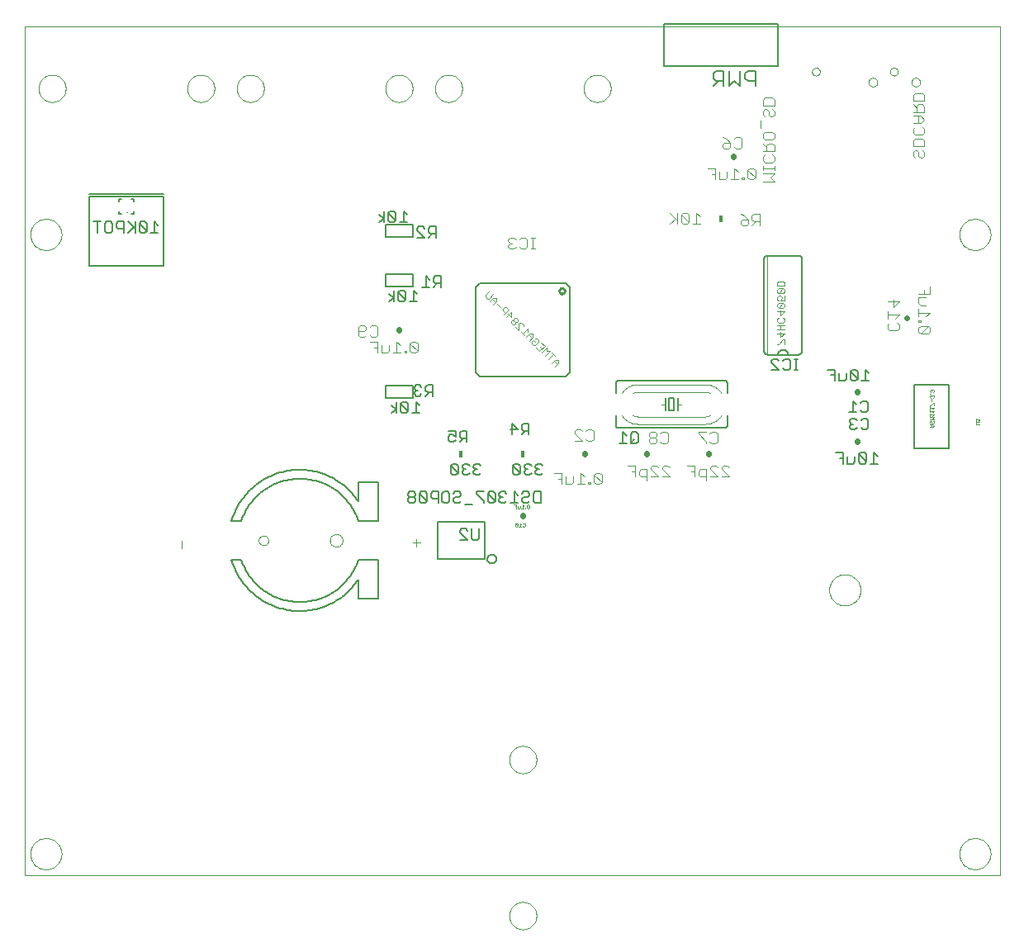
<source format=gbo>
G75*
%MOIN*%
%OFA0B0*%
%FSLAX24Y24*%
%IPPOS*%
%LPD*%
%AMOC8*
5,1,8,0,0,1.08239X$1,22.5*
%
%ADD10C,0.0000*%
%ADD11C,0.0050*%
%ADD12R,0.0180X0.0300*%
%ADD13C,0.0060*%
%ADD14C,0.0080*%
%ADD15C,0.0070*%
%ADD16C,0.0040*%
%ADD17C,0.0020*%
%ADD18C,0.0030*%
%ADD19C,0.0010*%
%ADD20C,0.0220*%
%ADD21C,0.0100*%
D10*
X008005Y006775D02*
X047375Y006775D01*
X047375Y041025D01*
X008005Y041025D01*
X008005Y006775D01*
X008245Y007625D02*
X008247Y007675D01*
X008253Y007725D01*
X008263Y007774D01*
X008277Y007822D01*
X008294Y007869D01*
X008315Y007914D01*
X008340Y007958D01*
X008368Y007999D01*
X008400Y008038D01*
X008434Y008075D01*
X008471Y008109D01*
X008511Y008139D01*
X008553Y008166D01*
X008597Y008190D01*
X008643Y008211D01*
X008690Y008227D01*
X008738Y008240D01*
X008788Y008249D01*
X008837Y008254D01*
X008888Y008255D01*
X008938Y008252D01*
X008987Y008245D01*
X009036Y008234D01*
X009084Y008219D01*
X009130Y008201D01*
X009175Y008179D01*
X009218Y008153D01*
X009259Y008124D01*
X009298Y008092D01*
X009334Y008057D01*
X009366Y008019D01*
X009396Y007979D01*
X009423Y007936D01*
X009446Y007892D01*
X009465Y007846D01*
X009481Y007798D01*
X009493Y007749D01*
X009501Y007700D01*
X009505Y007650D01*
X009505Y007600D01*
X009501Y007550D01*
X009493Y007501D01*
X009481Y007452D01*
X009465Y007404D01*
X009446Y007358D01*
X009423Y007314D01*
X009396Y007271D01*
X009366Y007231D01*
X009334Y007193D01*
X009298Y007158D01*
X009259Y007126D01*
X009218Y007097D01*
X009175Y007071D01*
X009130Y007049D01*
X009084Y007031D01*
X009036Y007016D01*
X008987Y007005D01*
X008938Y006998D01*
X008888Y006995D01*
X008837Y006996D01*
X008788Y007001D01*
X008738Y007010D01*
X008690Y007023D01*
X008643Y007039D01*
X008597Y007060D01*
X008553Y007084D01*
X008511Y007111D01*
X008471Y007141D01*
X008434Y007175D01*
X008400Y007212D01*
X008368Y007251D01*
X008340Y007292D01*
X008315Y007336D01*
X008294Y007381D01*
X008277Y007428D01*
X008263Y007476D01*
X008253Y007525D01*
X008247Y007575D01*
X008245Y007625D01*
X017461Y020275D02*
X017463Y020302D01*
X017469Y020329D01*
X017478Y020355D01*
X017491Y020379D01*
X017507Y020402D01*
X017526Y020421D01*
X017548Y020438D01*
X017572Y020452D01*
X017597Y020462D01*
X017624Y020469D01*
X017651Y020472D01*
X017679Y020471D01*
X017706Y020466D01*
X017732Y020458D01*
X017756Y020446D01*
X017779Y020430D01*
X017800Y020412D01*
X017817Y020391D01*
X017832Y020367D01*
X017843Y020342D01*
X017851Y020316D01*
X017855Y020289D01*
X017855Y020261D01*
X017851Y020234D01*
X017843Y020208D01*
X017832Y020183D01*
X017817Y020159D01*
X017800Y020138D01*
X017779Y020120D01*
X017757Y020104D01*
X017732Y020092D01*
X017706Y020084D01*
X017679Y020079D01*
X017651Y020078D01*
X017624Y020081D01*
X017597Y020088D01*
X017572Y020098D01*
X017548Y020112D01*
X017526Y020129D01*
X017507Y020148D01*
X017491Y020171D01*
X017478Y020195D01*
X017469Y020221D01*
X017463Y020248D01*
X017461Y020275D01*
X020336Y020275D02*
X020338Y020306D01*
X020344Y020337D01*
X020353Y020367D01*
X020366Y020396D01*
X020383Y020423D01*
X020403Y020447D01*
X020425Y020469D01*
X020451Y020488D01*
X020478Y020504D01*
X020507Y020516D01*
X020537Y020525D01*
X020568Y020530D01*
X020600Y020531D01*
X020631Y020528D01*
X020662Y020521D01*
X020692Y020511D01*
X020720Y020497D01*
X020746Y020479D01*
X020770Y020459D01*
X020791Y020435D01*
X020810Y020410D01*
X020825Y020382D01*
X020836Y020353D01*
X020844Y020322D01*
X020848Y020291D01*
X020848Y020259D01*
X020844Y020228D01*
X020836Y020197D01*
X020825Y020168D01*
X020810Y020140D01*
X020791Y020115D01*
X020770Y020091D01*
X020746Y020071D01*
X020720Y020053D01*
X020692Y020039D01*
X020662Y020029D01*
X020631Y020022D01*
X020600Y020019D01*
X020568Y020020D01*
X020537Y020025D01*
X020507Y020034D01*
X020478Y020046D01*
X020451Y020062D01*
X020425Y020081D01*
X020403Y020103D01*
X020383Y020127D01*
X020366Y020154D01*
X020353Y020183D01*
X020344Y020213D01*
X020338Y020244D01*
X020336Y020275D01*
X027574Y011425D02*
X027576Y011472D01*
X027582Y011518D01*
X027592Y011564D01*
X027605Y011609D01*
X027623Y011652D01*
X027644Y011694D01*
X027668Y011734D01*
X027696Y011771D01*
X027727Y011806D01*
X027761Y011839D01*
X027797Y011868D01*
X027836Y011894D01*
X027877Y011917D01*
X027920Y011936D01*
X027964Y011952D01*
X028009Y011964D01*
X028055Y011972D01*
X028102Y011976D01*
X028148Y011976D01*
X028195Y011972D01*
X028241Y011964D01*
X028286Y011952D01*
X028330Y011936D01*
X028373Y011917D01*
X028414Y011894D01*
X028453Y011868D01*
X028489Y011839D01*
X028523Y011806D01*
X028554Y011771D01*
X028582Y011734D01*
X028606Y011694D01*
X028627Y011652D01*
X028645Y011609D01*
X028658Y011564D01*
X028668Y011518D01*
X028674Y011472D01*
X028676Y011425D01*
X028674Y011378D01*
X028668Y011332D01*
X028658Y011286D01*
X028645Y011241D01*
X028627Y011198D01*
X028606Y011156D01*
X028582Y011116D01*
X028554Y011079D01*
X028523Y011044D01*
X028489Y011011D01*
X028453Y010982D01*
X028414Y010956D01*
X028373Y010933D01*
X028330Y010914D01*
X028286Y010898D01*
X028241Y010886D01*
X028195Y010878D01*
X028148Y010874D01*
X028102Y010874D01*
X028055Y010878D01*
X028009Y010886D01*
X027964Y010898D01*
X027920Y010914D01*
X027877Y010933D01*
X027836Y010956D01*
X027797Y010982D01*
X027761Y011011D01*
X027727Y011044D01*
X027696Y011079D01*
X027668Y011116D01*
X027644Y011156D01*
X027623Y011198D01*
X027605Y011241D01*
X027592Y011286D01*
X027582Y011332D01*
X027576Y011378D01*
X027574Y011425D01*
X027574Y005125D02*
X027576Y005172D01*
X027582Y005218D01*
X027592Y005264D01*
X027605Y005309D01*
X027623Y005352D01*
X027644Y005394D01*
X027668Y005434D01*
X027696Y005471D01*
X027727Y005506D01*
X027761Y005539D01*
X027797Y005568D01*
X027836Y005594D01*
X027877Y005617D01*
X027920Y005636D01*
X027964Y005652D01*
X028009Y005664D01*
X028055Y005672D01*
X028102Y005676D01*
X028148Y005676D01*
X028195Y005672D01*
X028241Y005664D01*
X028286Y005652D01*
X028330Y005636D01*
X028373Y005617D01*
X028414Y005594D01*
X028453Y005568D01*
X028489Y005539D01*
X028523Y005506D01*
X028554Y005471D01*
X028582Y005434D01*
X028606Y005394D01*
X028627Y005352D01*
X028645Y005309D01*
X028658Y005264D01*
X028668Y005218D01*
X028674Y005172D01*
X028676Y005125D01*
X028674Y005078D01*
X028668Y005032D01*
X028658Y004986D01*
X028645Y004941D01*
X028627Y004898D01*
X028606Y004856D01*
X028582Y004816D01*
X028554Y004779D01*
X028523Y004744D01*
X028489Y004711D01*
X028453Y004682D01*
X028414Y004656D01*
X028373Y004633D01*
X028330Y004614D01*
X028286Y004598D01*
X028241Y004586D01*
X028195Y004578D01*
X028148Y004574D01*
X028102Y004574D01*
X028055Y004578D01*
X028009Y004586D01*
X027964Y004598D01*
X027920Y004614D01*
X027877Y004633D01*
X027836Y004656D01*
X027797Y004682D01*
X027761Y004711D01*
X027727Y004744D01*
X027696Y004779D01*
X027668Y004816D01*
X027644Y004856D01*
X027623Y004898D01*
X027605Y004941D01*
X027592Y004986D01*
X027582Y005032D01*
X027576Y005078D01*
X027574Y005125D01*
X040495Y018275D02*
X040497Y018325D01*
X040503Y018375D01*
X040513Y018424D01*
X040527Y018472D01*
X040544Y018519D01*
X040565Y018564D01*
X040590Y018608D01*
X040618Y018649D01*
X040650Y018688D01*
X040684Y018725D01*
X040721Y018759D01*
X040761Y018789D01*
X040803Y018816D01*
X040847Y018840D01*
X040893Y018861D01*
X040940Y018877D01*
X040988Y018890D01*
X041038Y018899D01*
X041087Y018904D01*
X041138Y018905D01*
X041188Y018902D01*
X041237Y018895D01*
X041286Y018884D01*
X041334Y018869D01*
X041380Y018851D01*
X041425Y018829D01*
X041468Y018803D01*
X041509Y018774D01*
X041548Y018742D01*
X041584Y018707D01*
X041616Y018669D01*
X041646Y018629D01*
X041673Y018586D01*
X041696Y018542D01*
X041715Y018496D01*
X041731Y018448D01*
X041743Y018399D01*
X041751Y018350D01*
X041755Y018300D01*
X041755Y018250D01*
X041751Y018200D01*
X041743Y018151D01*
X041731Y018102D01*
X041715Y018054D01*
X041696Y018008D01*
X041673Y017964D01*
X041646Y017921D01*
X041616Y017881D01*
X041584Y017843D01*
X041548Y017808D01*
X041509Y017776D01*
X041468Y017747D01*
X041425Y017721D01*
X041380Y017699D01*
X041334Y017681D01*
X041286Y017666D01*
X041237Y017655D01*
X041188Y017648D01*
X041138Y017645D01*
X041087Y017646D01*
X041038Y017651D01*
X040988Y017660D01*
X040940Y017673D01*
X040893Y017689D01*
X040847Y017710D01*
X040803Y017734D01*
X040761Y017761D01*
X040721Y017791D01*
X040684Y017825D01*
X040650Y017862D01*
X040618Y017901D01*
X040590Y017942D01*
X040565Y017986D01*
X040544Y018031D01*
X040527Y018078D01*
X040513Y018126D01*
X040503Y018175D01*
X040497Y018225D01*
X040495Y018275D01*
X045745Y007625D02*
X045747Y007675D01*
X045753Y007725D01*
X045763Y007774D01*
X045777Y007822D01*
X045794Y007869D01*
X045815Y007914D01*
X045840Y007958D01*
X045868Y007999D01*
X045900Y008038D01*
X045934Y008075D01*
X045971Y008109D01*
X046011Y008139D01*
X046053Y008166D01*
X046097Y008190D01*
X046143Y008211D01*
X046190Y008227D01*
X046238Y008240D01*
X046288Y008249D01*
X046337Y008254D01*
X046388Y008255D01*
X046438Y008252D01*
X046487Y008245D01*
X046536Y008234D01*
X046584Y008219D01*
X046630Y008201D01*
X046675Y008179D01*
X046718Y008153D01*
X046759Y008124D01*
X046798Y008092D01*
X046834Y008057D01*
X046866Y008019D01*
X046896Y007979D01*
X046923Y007936D01*
X046946Y007892D01*
X046965Y007846D01*
X046981Y007798D01*
X046993Y007749D01*
X047001Y007700D01*
X047005Y007650D01*
X047005Y007600D01*
X047001Y007550D01*
X046993Y007501D01*
X046981Y007452D01*
X046965Y007404D01*
X046946Y007358D01*
X046923Y007314D01*
X046896Y007271D01*
X046866Y007231D01*
X046834Y007193D01*
X046798Y007158D01*
X046759Y007126D01*
X046718Y007097D01*
X046675Y007071D01*
X046630Y007049D01*
X046584Y007031D01*
X046536Y007016D01*
X046487Y007005D01*
X046438Y006998D01*
X046388Y006995D01*
X046337Y006996D01*
X046288Y007001D01*
X046238Y007010D01*
X046190Y007023D01*
X046143Y007039D01*
X046097Y007060D01*
X046053Y007084D01*
X046011Y007111D01*
X045971Y007141D01*
X045934Y007175D01*
X045900Y007212D01*
X045868Y007251D01*
X045840Y007292D01*
X045815Y007336D01*
X045794Y007381D01*
X045777Y007428D01*
X045763Y007476D01*
X045753Y007525D01*
X045747Y007575D01*
X045745Y007625D01*
X045745Y032625D02*
X045747Y032675D01*
X045753Y032725D01*
X045763Y032774D01*
X045777Y032822D01*
X045794Y032869D01*
X045815Y032914D01*
X045840Y032958D01*
X045868Y032999D01*
X045900Y033038D01*
X045934Y033075D01*
X045971Y033109D01*
X046011Y033139D01*
X046053Y033166D01*
X046097Y033190D01*
X046143Y033211D01*
X046190Y033227D01*
X046238Y033240D01*
X046288Y033249D01*
X046337Y033254D01*
X046388Y033255D01*
X046438Y033252D01*
X046487Y033245D01*
X046536Y033234D01*
X046584Y033219D01*
X046630Y033201D01*
X046675Y033179D01*
X046718Y033153D01*
X046759Y033124D01*
X046798Y033092D01*
X046834Y033057D01*
X046866Y033019D01*
X046896Y032979D01*
X046923Y032936D01*
X046946Y032892D01*
X046965Y032846D01*
X046981Y032798D01*
X046993Y032749D01*
X047001Y032700D01*
X047005Y032650D01*
X047005Y032600D01*
X047001Y032550D01*
X046993Y032501D01*
X046981Y032452D01*
X046965Y032404D01*
X046946Y032358D01*
X046923Y032314D01*
X046896Y032271D01*
X046866Y032231D01*
X046834Y032193D01*
X046798Y032158D01*
X046759Y032126D01*
X046718Y032097D01*
X046675Y032071D01*
X046630Y032049D01*
X046584Y032031D01*
X046536Y032016D01*
X046487Y032005D01*
X046438Y031998D01*
X046388Y031995D01*
X046337Y031996D01*
X046288Y032001D01*
X046238Y032010D01*
X046190Y032023D01*
X046143Y032039D01*
X046097Y032060D01*
X046053Y032084D01*
X046011Y032111D01*
X045971Y032141D01*
X045934Y032175D01*
X045900Y032212D01*
X045868Y032251D01*
X045840Y032292D01*
X045815Y032336D01*
X045794Y032381D01*
X045777Y032428D01*
X045763Y032476D01*
X045753Y032525D01*
X045747Y032575D01*
X045745Y032625D01*
X043814Y038775D02*
X043816Y038801D01*
X043822Y038827D01*
X043832Y038852D01*
X043845Y038875D01*
X043861Y038895D01*
X043881Y038913D01*
X043903Y038928D01*
X043926Y038940D01*
X043952Y038948D01*
X043978Y038952D01*
X044004Y038952D01*
X044030Y038948D01*
X044056Y038940D01*
X044080Y038928D01*
X044101Y038913D01*
X044121Y038895D01*
X044137Y038875D01*
X044150Y038852D01*
X044160Y038827D01*
X044166Y038801D01*
X044168Y038775D01*
X044166Y038749D01*
X044160Y038723D01*
X044150Y038698D01*
X044137Y038675D01*
X044121Y038655D01*
X044101Y038637D01*
X044079Y038622D01*
X044056Y038610D01*
X044030Y038602D01*
X044004Y038598D01*
X043978Y038598D01*
X043952Y038602D01*
X043926Y038610D01*
X043902Y038622D01*
X043881Y038637D01*
X043861Y038655D01*
X043845Y038675D01*
X043832Y038698D01*
X043822Y038723D01*
X043816Y038749D01*
X043814Y038775D01*
X042950Y039198D02*
X042952Y039223D01*
X042958Y039247D01*
X042967Y039269D01*
X042980Y039290D01*
X042996Y039309D01*
X043015Y039325D01*
X043036Y039338D01*
X043058Y039347D01*
X043082Y039353D01*
X043107Y039355D01*
X043132Y039353D01*
X043156Y039347D01*
X043178Y039338D01*
X043199Y039325D01*
X043218Y039309D01*
X043234Y039290D01*
X043247Y039269D01*
X043256Y039247D01*
X043262Y039223D01*
X043264Y039198D01*
X043262Y039173D01*
X043256Y039149D01*
X043247Y039127D01*
X043234Y039106D01*
X043218Y039087D01*
X043199Y039071D01*
X043178Y039058D01*
X043156Y039049D01*
X043132Y039043D01*
X043107Y039041D01*
X043082Y039043D01*
X043058Y039049D01*
X043036Y039058D01*
X043015Y039071D01*
X042996Y039087D01*
X042980Y039106D01*
X042967Y039127D01*
X042958Y039149D01*
X042952Y039173D01*
X042950Y039198D01*
X042082Y038775D02*
X042084Y038801D01*
X042090Y038827D01*
X042100Y038852D01*
X042113Y038875D01*
X042129Y038895D01*
X042149Y038913D01*
X042171Y038928D01*
X042194Y038940D01*
X042220Y038948D01*
X042246Y038952D01*
X042272Y038952D01*
X042298Y038948D01*
X042324Y038940D01*
X042348Y038928D01*
X042369Y038913D01*
X042389Y038895D01*
X042405Y038875D01*
X042418Y038852D01*
X042428Y038827D01*
X042434Y038801D01*
X042436Y038775D01*
X042434Y038749D01*
X042428Y038723D01*
X042418Y038698D01*
X042405Y038675D01*
X042389Y038655D01*
X042369Y038637D01*
X042347Y038622D01*
X042324Y038610D01*
X042298Y038602D01*
X042272Y038598D01*
X042246Y038598D01*
X042220Y038602D01*
X042194Y038610D01*
X042170Y038622D01*
X042149Y038637D01*
X042129Y038655D01*
X042113Y038675D01*
X042100Y038698D01*
X042090Y038723D01*
X042084Y038749D01*
X042082Y038775D01*
X039801Y039198D02*
X039803Y039223D01*
X039809Y039247D01*
X039818Y039269D01*
X039831Y039290D01*
X039847Y039309D01*
X039866Y039325D01*
X039887Y039338D01*
X039909Y039347D01*
X039933Y039353D01*
X039958Y039355D01*
X039983Y039353D01*
X040007Y039347D01*
X040029Y039338D01*
X040050Y039325D01*
X040069Y039309D01*
X040085Y039290D01*
X040098Y039269D01*
X040107Y039247D01*
X040113Y039223D01*
X040115Y039198D01*
X040113Y039173D01*
X040107Y039149D01*
X040098Y039127D01*
X040085Y039106D01*
X040069Y039087D01*
X040050Y039071D01*
X040029Y039058D01*
X040007Y039049D01*
X039983Y039043D01*
X039958Y039041D01*
X039933Y039043D01*
X039909Y039049D01*
X039887Y039058D01*
X039866Y039071D01*
X039847Y039087D01*
X039831Y039106D01*
X039818Y039127D01*
X039809Y039149D01*
X039803Y039173D01*
X039801Y039198D01*
X030575Y038525D02*
X030577Y038572D01*
X030583Y038618D01*
X030593Y038664D01*
X030606Y038708D01*
X030624Y038752D01*
X030645Y038793D01*
X030669Y038833D01*
X030697Y038871D01*
X030728Y038906D01*
X030762Y038938D01*
X030798Y038967D01*
X030837Y038993D01*
X030877Y039016D01*
X030920Y039035D01*
X030964Y039051D01*
X031009Y039063D01*
X031055Y039071D01*
X031102Y039075D01*
X031148Y039075D01*
X031195Y039071D01*
X031241Y039063D01*
X031286Y039051D01*
X031330Y039035D01*
X031373Y039016D01*
X031413Y038993D01*
X031452Y038967D01*
X031488Y038938D01*
X031522Y038906D01*
X031553Y038871D01*
X031581Y038833D01*
X031605Y038793D01*
X031626Y038752D01*
X031644Y038708D01*
X031657Y038664D01*
X031667Y038618D01*
X031673Y038572D01*
X031675Y038525D01*
X031673Y038478D01*
X031667Y038432D01*
X031657Y038386D01*
X031644Y038342D01*
X031626Y038298D01*
X031605Y038257D01*
X031581Y038217D01*
X031553Y038179D01*
X031522Y038144D01*
X031488Y038112D01*
X031452Y038083D01*
X031413Y038057D01*
X031373Y038034D01*
X031330Y038015D01*
X031286Y037999D01*
X031241Y037987D01*
X031195Y037979D01*
X031148Y037975D01*
X031102Y037975D01*
X031055Y037979D01*
X031009Y037987D01*
X030964Y037999D01*
X030920Y038015D01*
X030877Y038034D01*
X030837Y038057D01*
X030798Y038083D01*
X030762Y038112D01*
X030728Y038144D01*
X030697Y038179D01*
X030669Y038217D01*
X030645Y038257D01*
X030624Y038298D01*
X030606Y038342D01*
X030593Y038386D01*
X030583Y038432D01*
X030577Y038478D01*
X030575Y038525D01*
X024575Y038525D02*
X024577Y038572D01*
X024583Y038618D01*
X024593Y038664D01*
X024606Y038708D01*
X024624Y038752D01*
X024645Y038793D01*
X024669Y038833D01*
X024697Y038871D01*
X024728Y038906D01*
X024762Y038938D01*
X024798Y038967D01*
X024837Y038993D01*
X024877Y039016D01*
X024920Y039035D01*
X024964Y039051D01*
X025009Y039063D01*
X025055Y039071D01*
X025102Y039075D01*
X025148Y039075D01*
X025195Y039071D01*
X025241Y039063D01*
X025286Y039051D01*
X025330Y039035D01*
X025373Y039016D01*
X025413Y038993D01*
X025452Y038967D01*
X025488Y038938D01*
X025522Y038906D01*
X025553Y038871D01*
X025581Y038833D01*
X025605Y038793D01*
X025626Y038752D01*
X025644Y038708D01*
X025657Y038664D01*
X025667Y038618D01*
X025673Y038572D01*
X025675Y038525D01*
X025673Y038478D01*
X025667Y038432D01*
X025657Y038386D01*
X025644Y038342D01*
X025626Y038298D01*
X025605Y038257D01*
X025581Y038217D01*
X025553Y038179D01*
X025522Y038144D01*
X025488Y038112D01*
X025452Y038083D01*
X025413Y038057D01*
X025373Y038034D01*
X025330Y038015D01*
X025286Y037999D01*
X025241Y037987D01*
X025195Y037979D01*
X025148Y037975D01*
X025102Y037975D01*
X025055Y037979D01*
X025009Y037987D01*
X024964Y037999D01*
X024920Y038015D01*
X024877Y038034D01*
X024837Y038057D01*
X024798Y038083D01*
X024762Y038112D01*
X024728Y038144D01*
X024697Y038179D01*
X024669Y038217D01*
X024645Y038257D01*
X024624Y038298D01*
X024606Y038342D01*
X024593Y038386D01*
X024583Y038432D01*
X024577Y038478D01*
X024575Y038525D01*
X022575Y038525D02*
X022577Y038572D01*
X022583Y038618D01*
X022593Y038664D01*
X022606Y038708D01*
X022624Y038752D01*
X022645Y038793D01*
X022669Y038833D01*
X022697Y038871D01*
X022728Y038906D01*
X022762Y038938D01*
X022798Y038967D01*
X022837Y038993D01*
X022877Y039016D01*
X022920Y039035D01*
X022964Y039051D01*
X023009Y039063D01*
X023055Y039071D01*
X023102Y039075D01*
X023148Y039075D01*
X023195Y039071D01*
X023241Y039063D01*
X023286Y039051D01*
X023330Y039035D01*
X023373Y039016D01*
X023413Y038993D01*
X023452Y038967D01*
X023488Y038938D01*
X023522Y038906D01*
X023553Y038871D01*
X023581Y038833D01*
X023605Y038793D01*
X023626Y038752D01*
X023644Y038708D01*
X023657Y038664D01*
X023667Y038618D01*
X023673Y038572D01*
X023675Y038525D01*
X023673Y038478D01*
X023667Y038432D01*
X023657Y038386D01*
X023644Y038342D01*
X023626Y038298D01*
X023605Y038257D01*
X023581Y038217D01*
X023553Y038179D01*
X023522Y038144D01*
X023488Y038112D01*
X023452Y038083D01*
X023413Y038057D01*
X023373Y038034D01*
X023330Y038015D01*
X023286Y037999D01*
X023241Y037987D01*
X023195Y037979D01*
X023148Y037975D01*
X023102Y037975D01*
X023055Y037979D01*
X023009Y037987D01*
X022964Y037999D01*
X022920Y038015D01*
X022877Y038034D01*
X022837Y038057D01*
X022798Y038083D01*
X022762Y038112D01*
X022728Y038144D01*
X022697Y038179D01*
X022669Y038217D01*
X022645Y038257D01*
X022624Y038298D01*
X022606Y038342D01*
X022593Y038386D01*
X022583Y038432D01*
X022577Y038478D01*
X022575Y038525D01*
X016575Y038525D02*
X016577Y038572D01*
X016583Y038618D01*
X016593Y038664D01*
X016606Y038708D01*
X016624Y038752D01*
X016645Y038793D01*
X016669Y038833D01*
X016697Y038871D01*
X016728Y038906D01*
X016762Y038938D01*
X016798Y038967D01*
X016837Y038993D01*
X016877Y039016D01*
X016920Y039035D01*
X016964Y039051D01*
X017009Y039063D01*
X017055Y039071D01*
X017102Y039075D01*
X017148Y039075D01*
X017195Y039071D01*
X017241Y039063D01*
X017286Y039051D01*
X017330Y039035D01*
X017373Y039016D01*
X017413Y038993D01*
X017452Y038967D01*
X017488Y038938D01*
X017522Y038906D01*
X017553Y038871D01*
X017581Y038833D01*
X017605Y038793D01*
X017626Y038752D01*
X017644Y038708D01*
X017657Y038664D01*
X017667Y038618D01*
X017673Y038572D01*
X017675Y038525D01*
X017673Y038478D01*
X017667Y038432D01*
X017657Y038386D01*
X017644Y038342D01*
X017626Y038298D01*
X017605Y038257D01*
X017581Y038217D01*
X017553Y038179D01*
X017522Y038144D01*
X017488Y038112D01*
X017452Y038083D01*
X017413Y038057D01*
X017373Y038034D01*
X017330Y038015D01*
X017286Y037999D01*
X017241Y037987D01*
X017195Y037979D01*
X017148Y037975D01*
X017102Y037975D01*
X017055Y037979D01*
X017009Y037987D01*
X016964Y037999D01*
X016920Y038015D01*
X016877Y038034D01*
X016837Y038057D01*
X016798Y038083D01*
X016762Y038112D01*
X016728Y038144D01*
X016697Y038179D01*
X016669Y038217D01*
X016645Y038257D01*
X016624Y038298D01*
X016606Y038342D01*
X016593Y038386D01*
X016583Y038432D01*
X016577Y038478D01*
X016575Y038525D01*
X014575Y038525D02*
X014577Y038572D01*
X014583Y038618D01*
X014593Y038664D01*
X014606Y038708D01*
X014624Y038752D01*
X014645Y038793D01*
X014669Y038833D01*
X014697Y038871D01*
X014728Y038906D01*
X014762Y038938D01*
X014798Y038967D01*
X014837Y038993D01*
X014877Y039016D01*
X014920Y039035D01*
X014964Y039051D01*
X015009Y039063D01*
X015055Y039071D01*
X015102Y039075D01*
X015148Y039075D01*
X015195Y039071D01*
X015241Y039063D01*
X015286Y039051D01*
X015330Y039035D01*
X015373Y039016D01*
X015413Y038993D01*
X015452Y038967D01*
X015488Y038938D01*
X015522Y038906D01*
X015553Y038871D01*
X015581Y038833D01*
X015605Y038793D01*
X015626Y038752D01*
X015644Y038708D01*
X015657Y038664D01*
X015667Y038618D01*
X015673Y038572D01*
X015675Y038525D01*
X015673Y038478D01*
X015667Y038432D01*
X015657Y038386D01*
X015644Y038342D01*
X015626Y038298D01*
X015605Y038257D01*
X015581Y038217D01*
X015553Y038179D01*
X015522Y038144D01*
X015488Y038112D01*
X015452Y038083D01*
X015413Y038057D01*
X015373Y038034D01*
X015330Y038015D01*
X015286Y037999D01*
X015241Y037987D01*
X015195Y037979D01*
X015148Y037975D01*
X015102Y037975D01*
X015055Y037979D01*
X015009Y037987D01*
X014964Y037999D01*
X014920Y038015D01*
X014877Y038034D01*
X014837Y038057D01*
X014798Y038083D01*
X014762Y038112D01*
X014728Y038144D01*
X014697Y038179D01*
X014669Y038217D01*
X014645Y038257D01*
X014624Y038298D01*
X014606Y038342D01*
X014593Y038386D01*
X014583Y038432D01*
X014577Y038478D01*
X014575Y038525D01*
X008575Y038525D02*
X008577Y038572D01*
X008583Y038618D01*
X008593Y038664D01*
X008606Y038708D01*
X008624Y038752D01*
X008645Y038793D01*
X008669Y038833D01*
X008697Y038871D01*
X008728Y038906D01*
X008762Y038938D01*
X008798Y038967D01*
X008837Y038993D01*
X008877Y039016D01*
X008920Y039035D01*
X008964Y039051D01*
X009009Y039063D01*
X009055Y039071D01*
X009102Y039075D01*
X009148Y039075D01*
X009195Y039071D01*
X009241Y039063D01*
X009286Y039051D01*
X009330Y039035D01*
X009373Y039016D01*
X009413Y038993D01*
X009452Y038967D01*
X009488Y038938D01*
X009522Y038906D01*
X009553Y038871D01*
X009581Y038833D01*
X009605Y038793D01*
X009626Y038752D01*
X009644Y038708D01*
X009657Y038664D01*
X009667Y038618D01*
X009673Y038572D01*
X009675Y038525D01*
X009673Y038478D01*
X009667Y038432D01*
X009657Y038386D01*
X009644Y038342D01*
X009626Y038298D01*
X009605Y038257D01*
X009581Y038217D01*
X009553Y038179D01*
X009522Y038144D01*
X009488Y038112D01*
X009452Y038083D01*
X009413Y038057D01*
X009373Y038034D01*
X009330Y038015D01*
X009286Y037999D01*
X009241Y037987D01*
X009195Y037979D01*
X009148Y037975D01*
X009102Y037975D01*
X009055Y037979D01*
X009009Y037987D01*
X008964Y037999D01*
X008920Y038015D01*
X008877Y038034D01*
X008837Y038057D01*
X008798Y038083D01*
X008762Y038112D01*
X008728Y038144D01*
X008697Y038179D01*
X008669Y038217D01*
X008645Y038257D01*
X008624Y038298D01*
X008606Y038342D01*
X008593Y038386D01*
X008583Y038432D01*
X008577Y038478D01*
X008575Y038525D01*
X012128Y033535D02*
X012129Y033535D01*
X012133Y033532D01*
X012135Y033532D02*
X012142Y033532D01*
X012142Y033530D02*
X012142Y033534D01*
X012140Y033535D01*
X012137Y033535D01*
X012135Y033534D01*
X012135Y033532D01*
X012137Y033529D02*
X012140Y033529D01*
X012142Y033530D01*
X012144Y033530D02*
X012146Y033529D01*
X012151Y033529D01*
X012154Y033529D02*
X012157Y033529D01*
X012156Y033529D02*
X012156Y033535D01*
X012157Y033535D01*
X012160Y033535D02*
X012160Y033530D01*
X012161Y033529D01*
X012163Y033530D01*
X012165Y033529D01*
X012166Y033530D01*
X012166Y033535D01*
X012156Y033539D02*
X012156Y033540D01*
X012151Y033535D02*
X012146Y033535D01*
X012144Y033534D01*
X012144Y033530D01*
X012151Y033525D02*
X012151Y033535D01*
X012133Y033529D02*
X012133Y033535D01*
X008245Y032625D02*
X008247Y032675D01*
X008253Y032725D01*
X008263Y032774D01*
X008277Y032822D01*
X008294Y032869D01*
X008315Y032914D01*
X008340Y032958D01*
X008368Y032999D01*
X008400Y033038D01*
X008434Y033075D01*
X008471Y033109D01*
X008511Y033139D01*
X008553Y033166D01*
X008597Y033190D01*
X008643Y033211D01*
X008690Y033227D01*
X008738Y033240D01*
X008788Y033249D01*
X008837Y033254D01*
X008888Y033255D01*
X008938Y033252D01*
X008987Y033245D01*
X009036Y033234D01*
X009084Y033219D01*
X009130Y033201D01*
X009175Y033179D01*
X009218Y033153D01*
X009259Y033124D01*
X009298Y033092D01*
X009334Y033057D01*
X009366Y033019D01*
X009396Y032979D01*
X009423Y032936D01*
X009446Y032892D01*
X009465Y032846D01*
X009481Y032798D01*
X009493Y032749D01*
X009501Y032700D01*
X009505Y032650D01*
X009505Y032600D01*
X009501Y032550D01*
X009493Y032501D01*
X009481Y032452D01*
X009465Y032404D01*
X009446Y032358D01*
X009423Y032314D01*
X009396Y032271D01*
X009366Y032231D01*
X009334Y032193D01*
X009298Y032158D01*
X009259Y032126D01*
X009218Y032097D01*
X009175Y032071D01*
X009130Y032049D01*
X009084Y032031D01*
X009036Y032016D01*
X008987Y032005D01*
X008938Y031998D01*
X008888Y031995D01*
X008837Y031996D01*
X008788Y032001D01*
X008738Y032010D01*
X008690Y032023D01*
X008643Y032039D01*
X008597Y032060D01*
X008553Y032084D01*
X008511Y032111D01*
X008471Y032141D01*
X008434Y032175D01*
X008400Y032212D01*
X008368Y032251D01*
X008340Y032292D01*
X008315Y032336D01*
X008294Y032381D01*
X008277Y032428D01*
X008263Y032476D01*
X008253Y032525D01*
X008247Y032575D01*
X008245Y032625D01*
D11*
X010798Y033150D02*
X011098Y033150D01*
X010948Y033150D02*
X010948Y032700D01*
X011258Y032775D02*
X011258Y033075D01*
X011333Y033150D01*
X011483Y033150D01*
X011558Y033075D01*
X011558Y032775D01*
X011483Y032700D01*
X011333Y032700D01*
X011258Y032775D01*
X011719Y032925D02*
X011794Y032850D01*
X012019Y032850D01*
X012019Y032700D02*
X012019Y033150D01*
X011794Y033150D01*
X011719Y033075D01*
X011719Y032925D01*
X012179Y032700D02*
X012404Y032925D01*
X012479Y032850D02*
X012179Y033150D01*
X012479Y033150D02*
X012479Y032700D01*
X012639Y032775D02*
X012714Y032700D01*
X012865Y032700D01*
X012940Y032775D01*
X012639Y033075D01*
X012639Y032775D01*
X012639Y033075D02*
X012714Y033150D01*
X012865Y033150D01*
X012940Y033075D01*
X012940Y032775D01*
X013100Y032700D02*
X013400Y032700D01*
X013250Y032700D02*
X013250Y033150D01*
X013400Y033000D01*
X013625Y034175D02*
X013625Y031375D01*
X010625Y031375D01*
X010625Y034175D01*
X013625Y034175D01*
X013625Y034275D02*
X010625Y034275D01*
X022308Y033425D02*
X022534Y033275D01*
X022308Y033125D01*
X022534Y033125D02*
X022534Y033575D01*
X022694Y033500D02*
X022994Y033200D01*
X022919Y033125D01*
X022769Y033125D01*
X022694Y033200D01*
X022694Y033500D01*
X022769Y033575D01*
X022919Y033575D01*
X022994Y033500D01*
X022994Y033200D01*
X023154Y033125D02*
X023454Y033125D01*
X023304Y033125D02*
X023304Y033575D01*
X023454Y033425D01*
X023675Y033025D02*
X022575Y033025D01*
X022575Y032525D01*
X023675Y032525D01*
X023675Y033025D01*
X023675Y031025D02*
X022575Y031025D01*
X022575Y030525D01*
X023675Y030525D01*
X023675Y031025D01*
X023704Y030375D02*
X023704Y029925D01*
X023854Y029925D02*
X023554Y029925D01*
X023394Y030000D02*
X023094Y030300D01*
X023094Y030000D01*
X023169Y029925D01*
X023319Y029925D01*
X023394Y030000D01*
X023394Y030300D01*
X023319Y030375D01*
X023169Y030375D01*
X023094Y030300D01*
X022934Y030375D02*
X022934Y029925D01*
X022934Y030075D02*
X022708Y030225D01*
X022934Y030075D02*
X022708Y029925D01*
X023704Y030375D02*
X023854Y030225D01*
X023675Y026525D02*
X022575Y026525D01*
X022575Y026025D01*
X023675Y026025D01*
X023675Y026525D01*
X023804Y025875D02*
X023804Y025425D01*
X023954Y025425D02*
X023654Y025425D01*
X023494Y025500D02*
X023419Y025425D01*
X023269Y025425D01*
X023194Y025500D01*
X023194Y025800D01*
X023494Y025500D01*
X023494Y025800D01*
X023419Y025875D01*
X023269Y025875D01*
X023194Y025800D01*
X023034Y025875D02*
X023034Y025425D01*
X023034Y025575D02*
X022808Y025425D01*
X023034Y025575D02*
X022808Y025725D01*
X023804Y025875D02*
X023954Y025725D01*
X025285Y023375D02*
X025210Y023300D01*
X025510Y023000D01*
X025435Y022925D01*
X025285Y022925D01*
X025210Y023000D01*
X025210Y023300D01*
X025285Y023375D02*
X025435Y023375D01*
X025510Y023300D01*
X025510Y023000D01*
X025671Y023000D02*
X025746Y022925D01*
X025896Y022925D01*
X025971Y023000D01*
X026131Y023000D02*
X026206Y022925D01*
X026356Y022925D01*
X026431Y023000D01*
X026281Y023150D02*
X026206Y023150D01*
X026131Y023075D01*
X026131Y023000D01*
X026206Y023150D02*
X026131Y023225D01*
X026131Y023300D01*
X026206Y023375D01*
X026356Y023375D01*
X026431Y023300D01*
X025971Y023300D02*
X025896Y023375D01*
X025746Y023375D01*
X025671Y023300D01*
X025671Y023225D01*
X025746Y023150D01*
X025671Y023075D01*
X025671Y023000D01*
X025746Y023150D02*
X025821Y023150D01*
X025552Y022250D02*
X025402Y022250D01*
X025327Y022175D01*
X025167Y022175D02*
X025167Y021875D01*
X025092Y021800D01*
X024942Y021800D01*
X024867Y021875D01*
X024867Y022175D01*
X024942Y022250D01*
X025092Y022250D01*
X025167Y022175D01*
X025327Y021950D02*
X025327Y021875D01*
X025402Y021800D01*
X025552Y021800D01*
X025627Y021875D01*
X025552Y022025D02*
X025402Y022025D01*
X025327Y021950D01*
X025552Y022025D02*
X025627Y022100D01*
X025627Y022175D01*
X025552Y022250D01*
X025787Y021725D02*
X026088Y021725D01*
X026548Y021800D02*
X026548Y021875D01*
X026248Y022175D01*
X026248Y022250D01*
X026548Y022250D01*
X026708Y022175D02*
X027008Y021875D01*
X026933Y021800D01*
X026783Y021800D01*
X026708Y021875D01*
X026708Y022175D01*
X026783Y022250D01*
X026933Y022250D01*
X027008Y022175D01*
X027008Y021875D01*
X027169Y021875D02*
X027244Y021800D01*
X027394Y021800D01*
X027469Y021875D01*
X027629Y021800D02*
X027929Y021800D01*
X027779Y021800D02*
X027779Y022250D01*
X027929Y022100D01*
X028089Y022175D02*
X028164Y022250D01*
X028315Y022250D01*
X028390Y022175D01*
X028390Y022100D01*
X028315Y022025D01*
X028164Y022025D01*
X028089Y021950D01*
X028089Y021875D01*
X028164Y021800D01*
X028315Y021800D01*
X028390Y021875D01*
X028550Y021875D02*
X028550Y022175D01*
X028625Y022250D01*
X028850Y022250D01*
X028850Y021800D01*
X028625Y021800D01*
X028550Y021875D01*
X027469Y022175D02*
X027394Y022250D01*
X027244Y022250D01*
X027169Y022175D01*
X027169Y022100D01*
X027244Y022025D01*
X027169Y021950D01*
X027169Y021875D01*
X027244Y022025D02*
X027319Y022025D01*
X026575Y021025D02*
X026575Y019525D01*
X024675Y019525D01*
X024675Y021025D01*
X026575Y021025D01*
X026350Y020750D02*
X026350Y020375D01*
X026275Y020300D01*
X026125Y020300D01*
X026050Y020375D01*
X026050Y020750D01*
X025890Y020675D02*
X025815Y020750D01*
X025664Y020750D01*
X025589Y020675D01*
X025589Y020600D01*
X025890Y020300D01*
X025589Y020300D01*
X026695Y019525D02*
X026697Y019551D01*
X026703Y019577D01*
X026712Y019601D01*
X026725Y019624D01*
X026741Y019645D01*
X026760Y019663D01*
X026781Y019679D01*
X026805Y019691D01*
X026829Y019699D01*
X026855Y019704D01*
X026882Y019705D01*
X026908Y019702D01*
X026933Y019695D01*
X026957Y019685D01*
X026980Y019671D01*
X027000Y019655D01*
X027017Y019635D01*
X027032Y019613D01*
X027043Y019589D01*
X027051Y019564D01*
X027055Y019538D01*
X027055Y019512D01*
X027051Y019486D01*
X027043Y019461D01*
X027032Y019437D01*
X027017Y019415D01*
X027000Y019395D01*
X026980Y019379D01*
X026957Y019365D01*
X026933Y019355D01*
X026908Y019348D01*
X026882Y019345D01*
X026855Y019346D01*
X026829Y019351D01*
X026805Y019359D01*
X026781Y019371D01*
X026760Y019387D01*
X026741Y019405D01*
X026725Y019426D01*
X026712Y019449D01*
X026703Y019473D01*
X026697Y019499D01*
X026695Y019525D01*
X024706Y021800D02*
X024706Y022250D01*
X024481Y022250D01*
X024406Y022175D01*
X024406Y022025D01*
X024481Y021950D01*
X024706Y021950D01*
X024246Y021875D02*
X023946Y022175D01*
X023946Y021875D01*
X024021Y021800D01*
X024171Y021800D01*
X024246Y021875D01*
X024246Y022175D01*
X024171Y022250D01*
X024021Y022250D01*
X023946Y022175D01*
X023786Y022175D02*
X023786Y022100D01*
X023711Y022025D01*
X023560Y022025D01*
X023485Y021950D01*
X023485Y021875D01*
X023560Y021800D01*
X023711Y021800D01*
X023786Y021875D01*
X023786Y021950D01*
X023711Y022025D01*
X023560Y022025D02*
X023485Y022100D01*
X023485Y022175D01*
X023560Y022250D01*
X023711Y022250D01*
X023786Y022175D01*
X022275Y022637D02*
X022275Y021062D01*
X021487Y021062D01*
X021487Y021850D02*
X021487Y022637D01*
X022275Y022637D01*
X021487Y019488D02*
X021454Y019395D01*
X021417Y019303D01*
X021377Y019213D01*
X021333Y019124D01*
X021286Y019038D01*
X021235Y018953D01*
X021181Y018870D01*
X021124Y018790D01*
X021063Y018712D01*
X021000Y018636D01*
X020933Y018563D01*
X020864Y018493D01*
X020792Y018425D01*
X020717Y018361D01*
X020640Y018299D01*
X020561Y018241D01*
X020479Y018185D01*
X020395Y018133D01*
X020309Y018085D01*
X020221Y018039D01*
X020132Y017998D01*
X020041Y017960D01*
X019948Y017925D01*
X019855Y017894D01*
X019760Y017867D01*
X019664Y017844D01*
X019567Y017825D01*
X019469Y017809D01*
X019371Y017797D01*
X019273Y017789D01*
X019174Y017785D01*
X019076Y017785D01*
X018977Y017789D01*
X018879Y017797D01*
X018781Y017809D01*
X018683Y017825D01*
X018586Y017844D01*
X018490Y017867D01*
X018395Y017894D01*
X018302Y017925D01*
X018209Y017960D01*
X018118Y017998D01*
X018029Y018039D01*
X017941Y018085D01*
X017855Y018133D01*
X017771Y018185D01*
X017689Y018241D01*
X017610Y018299D01*
X017533Y018361D01*
X017458Y018425D01*
X017386Y018493D01*
X017317Y018563D01*
X017250Y018636D01*
X017187Y018712D01*
X017126Y018790D01*
X017069Y018870D01*
X017015Y018953D01*
X016964Y019038D01*
X016917Y019124D01*
X016873Y019213D01*
X016833Y019303D01*
X016796Y019395D01*
X016763Y019488D01*
X016369Y019488D01*
X016369Y021062D02*
X016763Y021062D01*
X016369Y019487D02*
X016400Y019385D01*
X016435Y019285D01*
X016474Y019186D01*
X016516Y019088D01*
X016562Y018993D01*
X016612Y018898D01*
X016665Y018806D01*
X016722Y018716D01*
X016782Y018628D01*
X016845Y018542D01*
X016911Y018459D01*
X016980Y018378D01*
X017053Y018300D01*
X017128Y018225D01*
X017206Y018153D01*
X017286Y018083D01*
X017369Y018017D01*
X017455Y017953D01*
X017543Y017893D01*
X017633Y017836D01*
X017725Y017783D01*
X017819Y017733D01*
X017914Y017687D01*
X018012Y017644D01*
X018111Y017605D01*
X018211Y017569D01*
X018313Y017538D01*
X018415Y017510D01*
X018519Y017486D01*
X018624Y017466D01*
X018729Y017450D01*
X018835Y017437D01*
X018941Y017429D01*
X019047Y017425D01*
X019153Y017424D01*
X019260Y017428D01*
X019366Y017435D01*
X019472Y017447D01*
X019577Y017462D01*
X019682Y017482D01*
X019785Y017505D01*
X019888Y017532D01*
X019990Y017563D01*
X020091Y017598D01*
X020190Y017636D01*
X020288Y017678D01*
X020384Y017724D01*
X020478Y017773D01*
X020570Y017826D01*
X020661Y017882D01*
X020749Y017942D01*
X020835Y018005D01*
X020919Y018070D01*
X021000Y018139D01*
X021078Y018211D01*
X021154Y018286D01*
X021226Y018364D01*
X021296Y018444D01*
X021363Y018527D01*
X021427Y018612D01*
X021487Y018700D01*
X021487Y017913D01*
X022275Y017913D01*
X022275Y019488D01*
X021487Y019488D01*
X021487Y021062D02*
X021454Y021155D01*
X021417Y021247D01*
X021377Y021337D01*
X021333Y021426D01*
X021286Y021512D01*
X021235Y021597D01*
X021181Y021680D01*
X021124Y021760D01*
X021063Y021838D01*
X021000Y021914D01*
X020933Y021987D01*
X020864Y022057D01*
X020792Y022125D01*
X020717Y022189D01*
X020640Y022251D01*
X020561Y022309D01*
X020479Y022365D01*
X020395Y022417D01*
X020309Y022465D01*
X020221Y022511D01*
X020132Y022552D01*
X020041Y022590D01*
X019948Y022625D01*
X019855Y022656D01*
X019760Y022683D01*
X019664Y022706D01*
X019567Y022725D01*
X019469Y022741D01*
X019371Y022753D01*
X019273Y022761D01*
X019174Y022765D01*
X019076Y022765D01*
X018977Y022761D01*
X018879Y022753D01*
X018781Y022741D01*
X018683Y022725D01*
X018586Y022706D01*
X018490Y022683D01*
X018395Y022656D01*
X018302Y022625D01*
X018209Y022590D01*
X018118Y022552D01*
X018029Y022511D01*
X017941Y022465D01*
X017855Y022417D01*
X017771Y022365D01*
X017689Y022309D01*
X017610Y022251D01*
X017533Y022189D01*
X017458Y022125D01*
X017386Y022057D01*
X017317Y021987D01*
X017250Y021914D01*
X017187Y021838D01*
X017126Y021760D01*
X017069Y021680D01*
X017015Y021597D01*
X016964Y021512D01*
X016917Y021426D01*
X016873Y021337D01*
X016833Y021247D01*
X016796Y021155D01*
X016763Y021062D01*
X016369Y021063D02*
X016400Y021165D01*
X016435Y021265D01*
X016474Y021364D01*
X016516Y021462D01*
X016562Y021557D01*
X016612Y021652D01*
X016665Y021744D01*
X016722Y021834D01*
X016782Y021922D01*
X016845Y022008D01*
X016911Y022091D01*
X016980Y022172D01*
X017053Y022250D01*
X017128Y022325D01*
X017206Y022397D01*
X017286Y022467D01*
X017369Y022533D01*
X017455Y022597D01*
X017543Y022657D01*
X017633Y022714D01*
X017725Y022767D01*
X017819Y022817D01*
X017914Y022863D01*
X018012Y022906D01*
X018111Y022945D01*
X018211Y022981D01*
X018313Y023012D01*
X018415Y023040D01*
X018519Y023064D01*
X018624Y023084D01*
X018729Y023100D01*
X018835Y023113D01*
X018941Y023121D01*
X019047Y023125D01*
X019153Y023126D01*
X019260Y023122D01*
X019366Y023115D01*
X019472Y023103D01*
X019577Y023088D01*
X019682Y023068D01*
X019785Y023045D01*
X019888Y023018D01*
X019990Y022987D01*
X020091Y022952D01*
X020190Y022914D01*
X020288Y022872D01*
X020384Y022826D01*
X020478Y022777D01*
X020570Y022724D01*
X020661Y022668D01*
X020749Y022608D01*
X020835Y022545D01*
X020919Y022480D01*
X021000Y022411D01*
X021078Y022339D01*
X021154Y022264D01*
X021226Y022186D01*
X021296Y022106D01*
X021363Y022023D01*
X021427Y021938D01*
X021487Y021850D01*
X027710Y023000D02*
X027785Y022925D01*
X027935Y022925D01*
X028010Y023000D01*
X027710Y023300D01*
X027710Y023000D01*
X027710Y023300D02*
X027785Y023375D01*
X027935Y023375D01*
X028010Y023300D01*
X028010Y023000D01*
X028171Y023000D02*
X028246Y022925D01*
X028396Y022925D01*
X028471Y023000D01*
X028631Y023000D02*
X028706Y022925D01*
X028856Y022925D01*
X028931Y023000D01*
X028781Y023150D02*
X028706Y023150D01*
X028631Y023075D01*
X028631Y023000D01*
X028706Y023150D02*
X028631Y023225D01*
X028631Y023300D01*
X028706Y023375D01*
X028856Y023375D01*
X028931Y023300D01*
X028471Y023300D02*
X028396Y023375D01*
X028246Y023375D01*
X028171Y023300D01*
X028171Y023225D01*
X028246Y023150D01*
X028171Y023075D01*
X028171Y023000D01*
X028246Y023150D02*
X028321Y023150D01*
X032010Y024200D02*
X032310Y024200D01*
X032160Y024200D02*
X032160Y024650D01*
X032310Y024500D01*
X032471Y024575D02*
X032471Y024275D01*
X032546Y024200D01*
X032696Y024200D01*
X032771Y024275D01*
X032771Y024575D01*
X032696Y024650D01*
X032546Y024650D01*
X032471Y024575D01*
X032621Y024350D02*
X032471Y024200D01*
X038160Y027150D02*
X038460Y027150D01*
X038160Y027450D01*
X038160Y027525D01*
X038235Y027600D01*
X038385Y027600D01*
X038460Y027525D01*
X038621Y027525D02*
X038696Y027600D01*
X038846Y027600D01*
X038921Y027525D01*
X038921Y027225D01*
X038846Y027150D01*
X038696Y027150D01*
X038621Y027225D01*
X039078Y027150D02*
X039228Y027150D01*
X039153Y027150D02*
X039153Y027600D01*
X039228Y027600D02*
X039078Y027600D01*
X040419Y027175D02*
X040719Y027175D01*
X040719Y026725D01*
X040879Y026725D02*
X040879Y027025D01*
X040719Y026950D02*
X040569Y026950D01*
X040879Y026725D02*
X041104Y026725D01*
X041179Y026800D01*
X041179Y027025D01*
X041339Y027100D02*
X041640Y026800D01*
X041565Y026725D01*
X041414Y026725D01*
X041339Y026800D01*
X041339Y027100D01*
X041414Y027175D01*
X041565Y027175D01*
X041640Y027100D01*
X041640Y026800D01*
X041800Y026725D02*
X042100Y026725D01*
X041950Y026725D02*
X041950Y027175D01*
X042100Y027025D01*
X042291Y023825D02*
X042291Y023375D01*
X042141Y023375D02*
X042442Y023375D01*
X042442Y023675D02*
X042291Y023825D01*
X041981Y023750D02*
X041906Y023825D01*
X041756Y023825D01*
X041681Y023750D01*
X041981Y023450D01*
X041906Y023375D01*
X041756Y023375D01*
X041681Y023450D01*
X041681Y023750D01*
X041521Y023675D02*
X041521Y023450D01*
X041446Y023375D01*
X041221Y023375D01*
X041221Y023675D01*
X041060Y023600D02*
X040910Y023600D01*
X041060Y023375D02*
X041060Y023825D01*
X040760Y023825D01*
X041981Y023750D02*
X041981Y023450D01*
D12*
X036125Y033275D03*
X028125Y023775D03*
X025625Y023775D03*
D13*
X025572Y024255D02*
X025719Y024402D01*
X025646Y024402D02*
X025866Y024402D01*
X025866Y024255D02*
X025866Y024695D01*
X025646Y024695D01*
X025572Y024622D01*
X025572Y024475D01*
X025646Y024402D01*
X025405Y024475D02*
X025405Y024695D01*
X025112Y024695D01*
X025185Y024549D02*
X025112Y024475D01*
X025112Y024328D01*
X025185Y024255D01*
X025332Y024255D01*
X025405Y024328D01*
X025405Y024475D02*
X025259Y024549D01*
X025185Y024549D01*
X024495Y026105D02*
X024495Y026545D01*
X024275Y026545D01*
X024201Y026472D01*
X024201Y026325D01*
X024275Y026252D01*
X024495Y026252D01*
X024348Y026252D02*
X024201Y026105D01*
X024035Y026178D02*
X023961Y026105D01*
X023814Y026105D01*
X023741Y026178D01*
X023741Y026252D01*
X023814Y026325D01*
X023888Y026325D01*
X023814Y026325D02*
X023741Y026399D01*
X023741Y026472D01*
X023814Y026545D01*
X023961Y026545D01*
X024035Y026472D01*
X027612Y024775D02*
X027905Y024775D01*
X027685Y024995D01*
X027685Y024555D01*
X028072Y024555D02*
X028219Y024702D01*
X028146Y024702D02*
X028366Y024702D01*
X028366Y024555D02*
X028366Y024995D01*
X028146Y024995D01*
X028072Y024922D01*
X028072Y024775D01*
X028146Y024702D01*
X031875Y024925D02*
X031875Y025325D01*
X031875Y024925D02*
X031877Y024908D01*
X031881Y024891D01*
X031888Y024875D01*
X031898Y024861D01*
X031911Y024848D01*
X031925Y024838D01*
X031941Y024831D01*
X031958Y024827D01*
X031975Y024825D01*
X036275Y024825D01*
X036292Y024827D01*
X036309Y024831D01*
X036325Y024838D01*
X036339Y024848D01*
X036352Y024861D01*
X036362Y024875D01*
X036369Y024891D01*
X036373Y024908D01*
X036375Y024925D01*
X036375Y025325D01*
X036375Y026225D02*
X036375Y026625D01*
X036373Y026642D01*
X036369Y026659D01*
X036362Y026675D01*
X036352Y026689D01*
X036339Y026702D01*
X036325Y026712D01*
X036309Y026719D01*
X036292Y026723D01*
X036275Y026725D01*
X031975Y026725D01*
X031958Y026723D01*
X031941Y026719D01*
X031925Y026712D01*
X031911Y026702D01*
X031898Y026689D01*
X031888Y026675D01*
X031881Y026659D01*
X031877Y026642D01*
X031875Y026625D01*
X031875Y026225D01*
X033875Y026025D02*
X033875Y025775D01*
X033875Y025525D01*
X034025Y025525D02*
X034225Y025525D01*
X034225Y026025D01*
X034025Y026025D01*
X034025Y025525D01*
X034375Y025525D02*
X034375Y025775D01*
X034375Y026025D01*
X037855Y027925D02*
X037855Y031625D01*
X037857Y031648D01*
X037862Y031671D01*
X037871Y031693D01*
X037884Y031713D01*
X037899Y031731D01*
X037917Y031746D01*
X037937Y031759D01*
X037959Y031768D01*
X037982Y031773D01*
X038005Y031775D01*
X039245Y031775D01*
X039268Y031773D01*
X039291Y031768D01*
X039313Y031759D01*
X039333Y031746D01*
X039351Y031731D01*
X039366Y031713D01*
X039379Y031693D01*
X039388Y031671D01*
X039393Y031648D01*
X039395Y031625D01*
X039395Y027925D01*
X039393Y027902D01*
X039388Y027879D01*
X039379Y027857D01*
X039366Y027837D01*
X039351Y027819D01*
X039333Y027804D01*
X039313Y027791D01*
X039291Y027782D01*
X039268Y027777D01*
X039245Y027775D01*
X038825Y027775D01*
X038425Y027775D01*
X038005Y027775D01*
X037982Y027777D01*
X037959Y027782D01*
X037937Y027791D01*
X037917Y027804D01*
X037899Y027819D01*
X037884Y027837D01*
X037871Y027857D01*
X037862Y027879D01*
X037857Y027902D01*
X037855Y027925D01*
X038425Y027775D02*
X038427Y027802D01*
X038432Y027829D01*
X038442Y027855D01*
X038454Y027879D01*
X038470Y027901D01*
X038488Y027921D01*
X038510Y027938D01*
X038533Y027953D01*
X038558Y027963D01*
X038584Y027971D01*
X038611Y027975D01*
X038639Y027975D01*
X038666Y027971D01*
X038692Y027963D01*
X038717Y027953D01*
X038740Y027938D01*
X038762Y027921D01*
X038780Y027901D01*
X038796Y027879D01*
X038808Y027855D01*
X038818Y027829D01*
X038823Y027802D01*
X038825Y027775D01*
X041438Y025895D02*
X041438Y025455D01*
X041585Y025455D02*
X041291Y025455D01*
X041385Y025195D02*
X041312Y025122D01*
X041312Y025049D01*
X041385Y024975D01*
X041312Y024902D01*
X041312Y024828D01*
X041385Y024755D01*
X041532Y024755D01*
X041605Y024828D01*
X041772Y024828D02*
X041846Y024755D01*
X041992Y024755D01*
X042066Y024828D01*
X042066Y025122D01*
X041992Y025195D01*
X041846Y025195D01*
X041772Y025122D01*
X041605Y025122D02*
X041532Y025195D01*
X041385Y025195D01*
X041385Y024975D02*
X041459Y024975D01*
X041825Y025455D02*
X041751Y025528D01*
X041825Y025455D02*
X041972Y025455D01*
X042045Y025528D01*
X042045Y025822D01*
X041972Y025895D01*
X041825Y025895D01*
X041751Y025822D01*
X041585Y025749D02*
X041438Y025895D01*
X024816Y030505D02*
X024816Y030945D01*
X024596Y030945D01*
X024522Y030872D01*
X024522Y030725D01*
X024596Y030652D01*
X024816Y030652D01*
X024669Y030652D02*
X024522Y030505D01*
X024355Y030505D02*
X024062Y030505D01*
X024209Y030505D02*
X024209Y030945D01*
X024355Y030799D01*
X024322Y032505D02*
X024469Y032652D01*
X024396Y032652D02*
X024616Y032652D01*
X024616Y032505D02*
X024616Y032945D01*
X024396Y032945D01*
X024322Y032872D01*
X024322Y032725D01*
X024396Y032652D01*
X024155Y032505D02*
X023862Y032799D01*
X023862Y032872D01*
X023935Y032945D01*
X024082Y032945D01*
X024155Y032872D01*
X024155Y032505D02*
X023862Y032505D01*
X012425Y033475D02*
X012325Y033475D01*
X012425Y033475D02*
X012425Y033575D01*
X012425Y033975D02*
X012425Y034075D01*
X012325Y034075D01*
X011925Y034075D02*
X011825Y034075D01*
X011825Y033975D01*
X011825Y033575D02*
X011825Y033475D01*
X011925Y033475D01*
D14*
X026235Y030507D02*
X026235Y027043D01*
X026393Y026885D01*
X029857Y026885D01*
X030015Y027043D01*
X030015Y030507D01*
X029857Y030665D01*
X026393Y030665D01*
X026235Y030507D01*
X033836Y039419D02*
X033836Y041131D01*
X038414Y041131D01*
X038414Y039419D01*
X033836Y039419D01*
X043925Y026565D02*
X043925Y023985D01*
X045325Y023985D01*
X045325Y026565D01*
X043925Y026565D01*
D15*
X037524Y038610D02*
X037524Y039241D01*
X037208Y039241D01*
X037103Y039135D01*
X037103Y038925D01*
X037208Y038820D01*
X037524Y038820D01*
X036879Y038610D02*
X036879Y039241D01*
X036459Y039241D02*
X036459Y038610D01*
X036669Y038820D01*
X036879Y038610D01*
X036235Y038610D02*
X036235Y039241D01*
X035919Y039241D01*
X035814Y039135D01*
X035814Y038925D01*
X035919Y038820D01*
X036235Y038820D01*
X036024Y038820D02*
X035814Y038610D01*
D16*
X037812Y038069D02*
X037889Y038146D01*
X038196Y038146D01*
X038273Y038069D01*
X038273Y037839D01*
X037812Y037839D01*
X037812Y038069D01*
X037889Y037685D02*
X037812Y037608D01*
X037812Y037455D01*
X037889Y037378D01*
X038043Y037455D02*
X038043Y037608D01*
X037966Y037685D01*
X037889Y037685D01*
X038043Y037455D02*
X038119Y037378D01*
X038196Y037378D01*
X038273Y037455D01*
X038273Y037608D01*
X038196Y037685D01*
X037736Y037225D02*
X037736Y036918D01*
X037889Y036764D02*
X038196Y036764D01*
X038273Y036688D01*
X038273Y036534D01*
X038196Y036458D01*
X037889Y036458D01*
X037812Y036534D01*
X037812Y036688D01*
X037889Y036764D01*
X037812Y036304D02*
X037966Y036151D01*
X037966Y036227D02*
X037966Y035997D01*
X037812Y035997D02*
X038273Y035997D01*
X038273Y036227D01*
X038196Y036304D01*
X038043Y036304D01*
X037966Y036227D01*
X037889Y035844D02*
X037812Y035767D01*
X037812Y035613D01*
X037889Y035537D01*
X038196Y035537D01*
X038273Y035613D01*
X038273Y035767D01*
X038196Y035844D01*
X038273Y035383D02*
X038273Y035230D01*
X038273Y035307D02*
X037812Y035307D01*
X037812Y035383D02*
X037812Y035230D01*
X037812Y035076D02*
X038273Y035076D01*
X038119Y034923D01*
X038273Y034769D01*
X037812Y034769D01*
X037505Y034922D02*
X037198Y035229D01*
X037198Y034922D01*
X037275Y034845D01*
X037428Y034845D01*
X037505Y034922D01*
X037505Y035229D01*
X037428Y035305D01*
X037275Y035305D01*
X037198Y035229D01*
X037045Y034922D02*
X036968Y034922D01*
X036968Y034845D01*
X037045Y034845D01*
X037045Y034922D01*
X036814Y034845D02*
X036507Y034845D01*
X036661Y034845D02*
X036661Y035305D01*
X036814Y035152D01*
X036354Y035152D02*
X036354Y034922D01*
X036277Y034845D01*
X036047Y034845D01*
X036047Y035152D01*
X035894Y035075D02*
X035740Y035075D01*
X035894Y034845D02*
X035894Y035305D01*
X035587Y035305D01*
X036264Y036095D02*
X036188Y036172D01*
X036188Y036248D01*
X036264Y036325D01*
X036495Y036325D01*
X036495Y036172D01*
X036418Y036095D01*
X036264Y036095D01*
X036495Y036325D02*
X036341Y036479D01*
X036188Y036555D01*
X036648Y036479D02*
X036725Y036555D01*
X036878Y036555D01*
X036955Y036479D01*
X036955Y036172D01*
X036878Y036095D01*
X036725Y036095D01*
X036648Y036172D01*
X036908Y033455D02*
X037062Y033379D01*
X037215Y033225D01*
X036985Y033225D01*
X036908Y033148D01*
X036908Y033072D01*
X036985Y032995D01*
X037139Y032995D01*
X037215Y033072D01*
X037215Y033225D01*
X037369Y033225D02*
X037446Y033148D01*
X037676Y033148D01*
X037676Y032995D02*
X037676Y033455D01*
X037446Y033455D01*
X037369Y033379D01*
X037369Y033225D01*
X037522Y033148D02*
X037369Y032995D01*
X035286Y033045D02*
X034979Y033045D01*
X035133Y033045D02*
X035133Y033505D01*
X035286Y033352D01*
X034826Y033429D02*
X034749Y033505D01*
X034596Y033505D01*
X034519Y033429D01*
X034826Y033122D01*
X034749Y033045D01*
X034596Y033045D01*
X034519Y033122D01*
X034519Y033429D01*
X034365Y033505D02*
X034365Y033045D01*
X034365Y033198D02*
X034058Y033505D01*
X034289Y033275D02*
X034058Y033045D01*
X034826Y033122D02*
X034826Y033429D01*
X028605Y032505D02*
X028452Y032505D01*
X028528Y032505D02*
X028528Y032045D01*
X028452Y032045D02*
X028605Y032045D01*
X028298Y032122D02*
X028221Y032045D01*
X028068Y032045D01*
X027991Y032122D01*
X027838Y032122D02*
X027761Y032045D01*
X027607Y032045D01*
X027531Y032122D01*
X027531Y032198D01*
X027607Y032275D01*
X027684Y032275D01*
X027607Y032275D02*
X027531Y032352D01*
X027531Y032429D01*
X027607Y032505D01*
X027761Y032505D01*
X027838Y032429D01*
X027991Y032429D02*
X028068Y032505D01*
X028221Y032505D01*
X028298Y032429D01*
X028298Y032122D01*
X023877Y028229D02*
X023800Y028305D01*
X023647Y028305D01*
X023570Y028229D01*
X023877Y027922D01*
X023800Y027845D01*
X023647Y027845D01*
X023570Y027922D01*
X023570Y028229D01*
X023877Y028229D02*
X023877Y027922D01*
X023416Y027922D02*
X023340Y027922D01*
X023340Y027845D01*
X023416Y027845D01*
X023416Y027922D01*
X023186Y027845D02*
X022879Y027845D01*
X023033Y027845D02*
X023033Y028305D01*
X023186Y028152D01*
X022726Y028152D02*
X022726Y027922D01*
X022649Y027845D01*
X022419Y027845D01*
X022419Y028152D01*
X022265Y028075D02*
X022112Y028075D01*
X022265Y027845D02*
X022265Y028305D01*
X021958Y028305D01*
X022025Y028495D02*
X021948Y028572D01*
X022025Y028495D02*
X022178Y028495D01*
X022255Y028572D01*
X022255Y028879D01*
X022178Y028955D01*
X022025Y028955D01*
X021948Y028879D01*
X021795Y028879D02*
X021795Y028802D01*
X021718Y028725D01*
X021488Y028725D01*
X021488Y028572D02*
X021488Y028879D01*
X021564Y028955D01*
X021718Y028955D01*
X021795Y028879D01*
X021795Y028572D02*
X021718Y028495D01*
X021564Y028495D01*
X021488Y028572D01*
X029387Y023005D02*
X029694Y023005D01*
X029694Y022545D01*
X029847Y022545D02*
X029847Y022852D01*
X029694Y022775D02*
X029540Y022775D01*
X029847Y022545D02*
X030077Y022545D01*
X030154Y022622D01*
X030154Y022852D01*
X030461Y023005D02*
X030461Y022545D01*
X030614Y022545D02*
X030307Y022545D01*
X030614Y022852D02*
X030461Y023005D01*
X030768Y022622D02*
X030768Y022545D01*
X030845Y022545D01*
X030845Y022622D01*
X030768Y022622D01*
X030998Y022622D02*
X030998Y022929D01*
X031305Y022622D01*
X031228Y022545D01*
X031075Y022545D01*
X030998Y022622D01*
X030998Y022929D02*
X031075Y023005D01*
X031228Y023005D01*
X031305Y022929D01*
X031305Y022622D01*
X032358Y023305D02*
X032665Y023305D01*
X032665Y022845D01*
X032819Y022922D02*
X032896Y022845D01*
X033126Y022845D01*
X033279Y022845D02*
X033586Y022845D01*
X033279Y023152D01*
X033279Y023229D01*
X033356Y023305D01*
X033509Y023305D01*
X033586Y023229D01*
X033740Y023229D02*
X033816Y023305D01*
X033970Y023305D01*
X034047Y023229D01*
X033740Y023229D02*
X033740Y023152D01*
X034047Y022845D01*
X033740Y022845D01*
X034758Y023305D02*
X035065Y023305D01*
X035065Y022845D01*
X035219Y022922D02*
X035296Y022845D01*
X035526Y022845D01*
X035679Y022845D02*
X035986Y022845D01*
X035679Y023152D01*
X035679Y023229D01*
X035756Y023305D01*
X035909Y023305D01*
X035986Y023229D01*
X036140Y023229D02*
X036216Y023305D01*
X036370Y023305D01*
X036447Y023229D01*
X036140Y023229D02*
X036140Y023152D01*
X036447Y022845D01*
X036140Y022845D01*
X035526Y022692D02*
X035526Y023152D01*
X035296Y023152D01*
X035219Y023075D01*
X035219Y022922D01*
X035065Y023075D02*
X034912Y023075D01*
X035515Y024195D02*
X035515Y024272D01*
X035208Y024579D01*
X035208Y024655D01*
X035515Y024655D01*
X035669Y024579D02*
X035746Y024655D01*
X035899Y024655D01*
X035976Y024579D01*
X035976Y024272D01*
X035899Y024195D01*
X035746Y024195D01*
X035669Y024272D01*
X033976Y024272D02*
X033899Y024195D01*
X033746Y024195D01*
X033669Y024272D01*
X033515Y024272D02*
X033515Y024348D01*
X033439Y024425D01*
X033285Y024425D01*
X033208Y024348D01*
X033208Y024272D01*
X033285Y024195D01*
X033439Y024195D01*
X033515Y024272D01*
X033439Y024425D02*
X033515Y024502D01*
X033515Y024579D01*
X033439Y024655D01*
X033285Y024655D01*
X033208Y024579D01*
X033208Y024502D01*
X033285Y024425D01*
X033669Y024579D02*
X033746Y024655D01*
X033899Y024655D01*
X033976Y024579D01*
X033976Y024272D01*
X033126Y023152D02*
X032896Y023152D01*
X032819Y023075D01*
X032819Y022922D01*
X032665Y023075D02*
X032512Y023075D01*
X033126Y023152D02*
X033126Y022692D01*
X030976Y024372D02*
X030899Y024295D01*
X030746Y024295D01*
X030669Y024372D01*
X030515Y024295D02*
X030208Y024602D01*
X030208Y024679D01*
X030285Y024755D01*
X030439Y024755D01*
X030515Y024679D01*
X030669Y024679D02*
X030746Y024755D01*
X030899Y024755D01*
X030976Y024679D01*
X030976Y024372D01*
X030515Y024295D02*
X030208Y024295D01*
X023989Y020185D02*
X023682Y020185D01*
X023836Y020031D02*
X023836Y020338D01*
X014348Y020260D02*
X014348Y019953D01*
X042845Y028841D02*
X042845Y028994D01*
X042922Y029071D01*
X042845Y029224D02*
X042845Y029531D01*
X042845Y029378D02*
X043305Y029378D01*
X043152Y029224D01*
X043229Y029071D02*
X043305Y028994D01*
X043305Y028841D01*
X043229Y028764D01*
X042922Y028764D01*
X042845Y028841D01*
X043075Y029685D02*
X043075Y029992D01*
X042845Y029915D02*
X043305Y029915D01*
X043075Y029685D01*
X044095Y029621D02*
X044095Y029314D01*
X044095Y029467D02*
X044555Y029467D01*
X044402Y029314D01*
X044172Y029160D02*
X044095Y029160D01*
X044095Y029084D01*
X044172Y029084D01*
X044172Y029160D01*
X044172Y028930D02*
X044095Y028853D01*
X044095Y028700D01*
X044172Y028623D01*
X044479Y028930D01*
X044172Y028930D01*
X044479Y028930D02*
X044555Y028853D01*
X044555Y028700D01*
X044479Y028623D01*
X044172Y028623D01*
X044172Y029774D02*
X044095Y029851D01*
X044095Y030081D01*
X044402Y030081D01*
X044325Y030235D02*
X044325Y030388D01*
X044095Y030235D02*
X044555Y030235D01*
X044555Y030542D01*
X044402Y029774D02*
X044172Y029774D01*
X044178Y035730D02*
X044102Y035807D01*
X044102Y035960D01*
X044025Y036037D01*
X043948Y036037D01*
X043871Y035960D01*
X043871Y035807D01*
X043948Y035730D01*
X044178Y035730D02*
X044255Y035730D01*
X044332Y035807D01*
X044332Y035960D01*
X044255Y036037D01*
X044332Y036190D02*
X043871Y036190D01*
X043871Y036421D01*
X043948Y036497D01*
X044255Y036497D01*
X044332Y036421D01*
X044332Y036190D01*
X044255Y036651D02*
X043948Y036651D01*
X043871Y036728D01*
X043871Y036881D01*
X043948Y036958D01*
X043871Y037111D02*
X044178Y037111D01*
X044332Y037265D01*
X044178Y037418D01*
X043871Y037418D01*
X043871Y037572D02*
X044332Y037572D01*
X044332Y037802D01*
X044255Y037879D01*
X044102Y037879D01*
X044025Y037802D01*
X044025Y037572D01*
X044025Y037725D02*
X043871Y037879D01*
X043871Y038032D02*
X043871Y038262D01*
X043948Y038339D01*
X044255Y038339D01*
X044332Y038262D01*
X044332Y038032D01*
X043871Y038032D01*
X044102Y037418D02*
X044102Y037111D01*
X044255Y036958D02*
X044332Y036881D01*
X044332Y036728D01*
X044255Y036651D01*
D17*
X037995Y031775D02*
X037995Y027775D01*
X035475Y026575D02*
X032775Y026575D01*
X032775Y026275D02*
X035475Y026275D01*
X035513Y026274D01*
X035550Y026269D01*
X035587Y026262D01*
X035623Y026253D01*
X035659Y026240D01*
X035693Y026225D01*
X036136Y025325D02*
X036104Y025280D01*
X036068Y025238D01*
X036029Y025198D01*
X035987Y025161D01*
X035944Y025127D01*
X035897Y025096D01*
X035849Y025068D01*
X035799Y025044D01*
X035748Y025023D01*
X035695Y025006D01*
X035641Y024992D01*
X035586Y024983D01*
X035531Y024977D01*
X035475Y024975D01*
X032775Y024975D01*
X032775Y025275D02*
X035475Y025275D01*
X036136Y026225D02*
X036104Y026270D01*
X036068Y026312D01*
X036029Y026352D01*
X035988Y026389D01*
X035944Y026423D01*
X035897Y026454D01*
X035849Y026482D01*
X035799Y026506D01*
X035748Y026527D01*
X035695Y026544D01*
X035641Y026558D01*
X035586Y026567D01*
X035531Y026573D01*
X035475Y026575D01*
X035693Y025325D02*
X035659Y025310D01*
X035623Y025297D01*
X035587Y025288D01*
X035550Y025281D01*
X035513Y025276D01*
X035475Y025275D01*
X034525Y025775D02*
X034375Y025775D01*
X033875Y025775D02*
X033725Y025775D01*
X032775Y024975D02*
X032719Y024977D01*
X032664Y024983D01*
X032609Y024992D01*
X032555Y025006D01*
X032502Y025023D01*
X032451Y025044D01*
X032401Y025068D01*
X032353Y025096D01*
X032306Y025127D01*
X032262Y025161D01*
X032221Y025198D01*
X032182Y025238D01*
X032146Y025280D01*
X032114Y025325D01*
X032114Y026225D02*
X032146Y026270D01*
X032182Y026312D01*
X032221Y026352D01*
X032263Y026389D01*
X032306Y026423D01*
X032353Y026454D01*
X032401Y026482D01*
X032451Y026506D01*
X032502Y026527D01*
X032555Y026544D01*
X032609Y026558D01*
X032664Y026567D01*
X032719Y026573D01*
X032775Y026575D01*
X032775Y026275D02*
X032737Y026274D01*
X032700Y026269D01*
X032663Y026262D01*
X032627Y026253D01*
X032591Y026240D01*
X032557Y026225D01*
X032557Y025325D02*
X032591Y025310D01*
X032627Y025297D01*
X032663Y025288D01*
X032700Y025281D01*
X032737Y025276D01*
X032775Y025275D01*
D18*
X029562Y027436D02*
X029562Y027573D01*
X029425Y027573D01*
X029288Y027436D01*
X029391Y027539D02*
X029528Y027402D01*
X029562Y027436D02*
X029425Y027299D01*
X029148Y027576D02*
X029353Y027781D01*
X029422Y027713D02*
X029285Y027850D01*
X029214Y027921D02*
X029077Y027921D01*
X029077Y028058D01*
X028871Y027853D01*
X028800Y027924D02*
X028663Y028061D01*
X028626Y028167D02*
X028557Y028167D01*
X028489Y028235D01*
X028489Y028304D01*
X028557Y028372D01*
X028626Y028304D01*
X028626Y028441D02*
X028694Y028441D01*
X028763Y028372D01*
X028763Y028304D01*
X028626Y028167D01*
X028834Y028095D02*
X028903Y028027D01*
X029005Y028130D02*
X028800Y027924D01*
X029005Y028130D02*
X028868Y028266D01*
X028520Y028478D02*
X028520Y028615D01*
X028383Y028615D01*
X028246Y028478D01*
X028175Y028549D02*
X028038Y028686D01*
X028106Y028618D02*
X028312Y028823D01*
X028312Y028686D01*
X028349Y028581D02*
X028486Y028444D01*
X028520Y028478D02*
X028383Y028341D01*
X027967Y028758D02*
X027967Y029031D01*
X028001Y029066D01*
X028069Y029066D01*
X028138Y028997D01*
X028138Y028929D01*
X027967Y028758D02*
X027830Y028895D01*
X027792Y029000D02*
X027827Y029035D01*
X027827Y029103D01*
X027758Y029171D01*
X027690Y029171D01*
X027656Y029137D01*
X027656Y029069D01*
X027724Y029000D01*
X027792Y029000D01*
X027827Y029103D02*
X027895Y029103D01*
X027929Y029137D01*
X027929Y029206D01*
X027861Y029274D01*
X027792Y029274D01*
X027758Y029240D01*
X027758Y029171D01*
X027652Y029277D02*
X027516Y029414D01*
X027410Y029451D02*
X027307Y029554D01*
X027307Y029622D01*
X027376Y029691D01*
X027444Y029691D01*
X027547Y029588D01*
X027341Y029383D01*
X027447Y029277D02*
X027652Y029482D01*
X027652Y029277D01*
X027236Y029694D02*
X027099Y029831D01*
X027027Y029902D02*
X026891Y030039D01*
X026925Y030073D02*
X026788Y029936D01*
X026751Y030042D02*
X026682Y030042D01*
X026614Y030110D01*
X026614Y030179D01*
X026785Y030350D01*
X026922Y030213D02*
X026751Y030042D01*
X026925Y030073D02*
X027062Y030073D01*
X027062Y029936D01*
X026925Y029800D01*
X029008Y027716D02*
X029214Y027921D01*
X038390Y028190D02*
X038438Y028190D01*
X038632Y028383D01*
X038680Y028383D01*
X038680Y028190D01*
X038535Y028485D02*
X038535Y028678D01*
X038535Y028779D02*
X038535Y028973D01*
X038438Y029074D02*
X038390Y029122D01*
X038390Y029219D01*
X038438Y029267D01*
X038535Y029369D02*
X038535Y029562D01*
X038438Y029663D02*
X038632Y029857D01*
X038438Y029857D01*
X038390Y029808D01*
X038390Y029712D01*
X038438Y029663D01*
X038632Y029663D01*
X038680Y029712D01*
X038680Y029808D01*
X038632Y029857D01*
X038680Y029958D02*
X038535Y029958D01*
X038583Y030055D01*
X038583Y030103D01*
X038535Y030151D01*
X038438Y030151D01*
X038390Y030103D01*
X038390Y030006D01*
X038438Y029958D01*
X038680Y029958D02*
X038680Y030151D01*
X038632Y030253D02*
X038680Y030301D01*
X038680Y030398D01*
X038632Y030446D01*
X038438Y030253D01*
X038390Y030301D01*
X038390Y030398D01*
X038438Y030446D01*
X038632Y030446D01*
X038680Y030547D02*
X038390Y030547D01*
X038390Y030692D01*
X038438Y030741D01*
X038632Y030741D01*
X038680Y030692D01*
X038680Y030547D01*
X038632Y030253D02*
X038438Y030253D01*
X038390Y029514D02*
X038680Y029514D01*
X038535Y029369D01*
X038632Y029267D02*
X038680Y029219D01*
X038680Y029122D01*
X038632Y029074D01*
X038438Y029074D01*
X038390Y028973D02*
X038680Y028973D01*
X038680Y028779D02*
X038390Y028779D01*
X038390Y028630D02*
X038680Y028630D01*
X038535Y028485D01*
D19*
X044555Y026330D02*
X044555Y026280D01*
X044580Y026255D01*
X044580Y026206D02*
X044555Y026206D01*
X044555Y026181D01*
X044580Y026181D01*
X044580Y026206D01*
X044580Y026134D02*
X044555Y026109D01*
X044555Y026059D01*
X044580Y026034D01*
X044630Y025986D02*
X044630Y025886D01*
X044680Y025839D02*
X044580Y025739D01*
X044555Y025739D01*
X044555Y025692D02*
X044555Y025592D01*
X044555Y025544D02*
X044555Y025444D01*
X044555Y025397D02*
X044555Y025297D01*
X044555Y025250D02*
X044705Y025250D01*
X044655Y025200D01*
X044705Y025150D01*
X044555Y025150D01*
X044580Y025102D02*
X044555Y025077D01*
X044555Y025027D01*
X044580Y025002D01*
X044555Y024955D02*
X044655Y024955D01*
X044705Y024905D01*
X044655Y024855D01*
X044555Y024855D01*
X044630Y024855D02*
X044630Y024955D01*
X044655Y025002D02*
X044630Y025027D01*
X044630Y025077D01*
X044605Y025102D01*
X044580Y025102D01*
X044680Y025102D02*
X044705Y025077D01*
X044705Y025027D01*
X044680Y025002D01*
X044655Y025002D01*
X044655Y025297D02*
X044705Y025347D01*
X044555Y025347D01*
X044655Y025444D02*
X044705Y025494D01*
X044555Y025494D01*
X044655Y025592D02*
X044705Y025642D01*
X044555Y025642D01*
X044705Y025739D02*
X044705Y025839D01*
X044680Y025839D01*
X044680Y026034D02*
X044705Y026059D01*
X044705Y026109D01*
X044680Y026134D01*
X044655Y026134D01*
X044630Y026109D01*
X044605Y026134D01*
X044580Y026134D01*
X044630Y026109D02*
X044630Y026084D01*
X044680Y026255D02*
X044705Y026280D01*
X044705Y026330D01*
X044680Y026355D01*
X044655Y026355D01*
X044630Y026330D01*
X044605Y026355D01*
X044580Y026355D01*
X044555Y026330D01*
X044630Y026330D02*
X044630Y026305D01*
X046405Y025202D02*
X046405Y025102D01*
X046405Y025152D02*
X046555Y025152D01*
X046505Y025102D01*
X046555Y025055D02*
X046430Y025055D01*
X046405Y025030D01*
X046405Y024980D01*
X046430Y024955D01*
X046555Y024955D01*
X028383Y021695D02*
X028383Y021595D01*
X028283Y021695D01*
X028283Y021595D01*
X028308Y021570D01*
X028358Y021570D01*
X028383Y021595D01*
X028383Y021695D02*
X028358Y021720D01*
X028308Y021720D01*
X028283Y021695D01*
X028236Y021595D02*
X028211Y021595D01*
X028211Y021570D01*
X028236Y021570D01*
X028236Y021595D01*
X028162Y021570D02*
X028062Y021570D01*
X028112Y021570D02*
X028112Y021720D01*
X028162Y021670D01*
X028015Y021670D02*
X028015Y021595D01*
X027990Y021570D01*
X027915Y021570D01*
X027915Y021670D01*
X027867Y021645D02*
X027817Y021645D01*
X027867Y021720D02*
X027767Y021720D01*
X027867Y021720D02*
X027867Y021570D01*
X027842Y020970D02*
X027817Y020945D01*
X027917Y020845D01*
X027892Y020820D01*
X027842Y020820D01*
X027817Y020845D01*
X027817Y020945D01*
X027842Y020970D02*
X027892Y020970D01*
X027917Y020945D01*
X027917Y020845D01*
X027965Y020820D02*
X028065Y020820D01*
X028015Y020820D02*
X028015Y020970D01*
X028065Y020920D01*
X028112Y020945D02*
X028137Y020970D01*
X028187Y020970D01*
X028212Y020945D01*
X028212Y020845D01*
X028187Y020820D01*
X028137Y020820D01*
X028112Y020845D01*
D20*
X028125Y021263D02*
X028125Y021287D01*
X030625Y023763D02*
X030625Y023787D01*
X033125Y023763D02*
X033125Y023787D01*
X035625Y023787D02*
X035625Y023763D01*
X041625Y024263D02*
X041625Y024287D01*
X041625Y026263D02*
X041625Y026287D01*
X043613Y029275D02*
X043637Y029275D01*
X036625Y035763D02*
X036625Y035787D01*
X023125Y028787D02*
X023125Y028763D01*
D21*
X029589Y030350D02*
X029591Y030370D01*
X029596Y030390D01*
X029606Y030408D01*
X029618Y030425D01*
X029633Y030439D01*
X029651Y030449D01*
X029670Y030457D01*
X029690Y030461D01*
X029710Y030461D01*
X029730Y030457D01*
X029749Y030449D01*
X029767Y030439D01*
X029782Y030425D01*
X029794Y030408D01*
X029804Y030390D01*
X029809Y030370D01*
X029811Y030350D01*
X029809Y030330D01*
X029804Y030310D01*
X029794Y030292D01*
X029782Y030275D01*
X029767Y030261D01*
X029749Y030251D01*
X029730Y030243D01*
X029710Y030239D01*
X029690Y030239D01*
X029670Y030243D01*
X029651Y030251D01*
X029633Y030261D01*
X029618Y030275D01*
X029606Y030292D01*
X029596Y030310D01*
X029591Y030330D01*
X029589Y030350D01*
M02*

</source>
